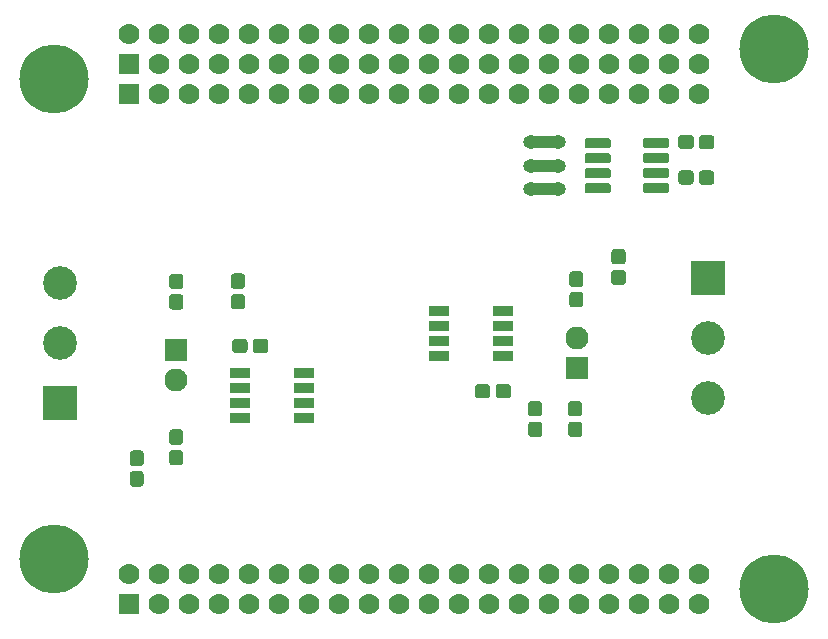
<source format=gts>
G04 #@! TF.GenerationSoftware,KiCad,Pcbnew,(5.1.0)-1*
G04 #@! TF.CreationDate,2019-12-04T19:58:05+01:00*
G04 #@! TF.ProjectId,Canna,43616e6e-612e-46b6-9963-61645f706362,1*
G04 #@! TF.SameCoordinates,Original*
G04 #@! TF.FileFunction,Soldermask,Top*
G04 #@! TF.FilePolarity,Negative*
%FSLAX46Y46*%
G04 Gerber Fmt 4.6, Leading zero omitted, Abs format (unit mm)*
G04 Created by KiCad (PCBNEW (5.1.0)-1) date 2019-12-04 19:58:05*
%MOMM*%
%LPD*%
G04 APERTURE LIST*
%ADD10R,1.016000X0.457200*%
%ADD11R,1.016000X1.117600*%
%ADD12O,1.346200X1.117600*%
%ADD13R,0.762000X1.117600*%
%ADD14C,0.100000*%
%ADD15C,1.204000*%
%ADD16C,0.854000*%
%ADD17R,1.778000X1.778000*%
%ADD18C,1.778000*%
%ADD19C,5.854000*%
%ADD20R,2.854000X2.854000*%
%ADD21C,2.854000*%
%ADD22R,1.954000X1.954000*%
%ADD23O,1.954000X1.954000*%
%ADD24R,1.804000X0.854000*%
G04 APERTURE END LIST*
D10*
X156550000Y-82250000D03*
D11*
X157050000Y-82250000D03*
D12*
X158177100Y-82250000D03*
D13*
X156215000Y-82250000D03*
X157885000Y-82250000D03*
D12*
X155922900Y-82250000D03*
D14*
G36*
X169430503Y-79649449D02*
G01*
X169459722Y-79653784D01*
X169488376Y-79660961D01*
X169516188Y-79670912D01*
X169542890Y-79683542D01*
X169568227Y-79698728D01*
X169591952Y-79716324D01*
X169613839Y-79736161D01*
X169633676Y-79758048D01*
X169651272Y-79781773D01*
X169666458Y-79807110D01*
X169679088Y-79833812D01*
X169689039Y-79861624D01*
X169696216Y-79890278D01*
X169700551Y-79919497D01*
X169702000Y-79949000D01*
X169702000Y-80551000D01*
X169700551Y-80580503D01*
X169696216Y-80609722D01*
X169689039Y-80638376D01*
X169679088Y-80666188D01*
X169666458Y-80692890D01*
X169651272Y-80718227D01*
X169633676Y-80741952D01*
X169613839Y-80763839D01*
X169591952Y-80783676D01*
X169568227Y-80801272D01*
X169542890Y-80816458D01*
X169516188Y-80829088D01*
X169488376Y-80839039D01*
X169459722Y-80846216D01*
X169430503Y-80850551D01*
X169401000Y-80852000D01*
X168699000Y-80852000D01*
X168669497Y-80850551D01*
X168640278Y-80846216D01*
X168611624Y-80839039D01*
X168583812Y-80829088D01*
X168557110Y-80816458D01*
X168531773Y-80801272D01*
X168508048Y-80783676D01*
X168486161Y-80763839D01*
X168466324Y-80741952D01*
X168448728Y-80718227D01*
X168433542Y-80692890D01*
X168420912Y-80666188D01*
X168410961Y-80638376D01*
X168403784Y-80609722D01*
X168399449Y-80580503D01*
X168398000Y-80551000D01*
X168398000Y-79949000D01*
X168399449Y-79919497D01*
X168403784Y-79890278D01*
X168410961Y-79861624D01*
X168420912Y-79833812D01*
X168433542Y-79807110D01*
X168448728Y-79781773D01*
X168466324Y-79758048D01*
X168486161Y-79736161D01*
X168508048Y-79716324D01*
X168531773Y-79698728D01*
X168557110Y-79683542D01*
X168583812Y-79670912D01*
X168611624Y-79660961D01*
X168640278Y-79653784D01*
X168669497Y-79649449D01*
X168699000Y-79648000D01*
X169401000Y-79648000D01*
X169430503Y-79649449D01*
X169430503Y-79649449D01*
G37*
D15*
X169050000Y-80250000D03*
D14*
G36*
X171180503Y-79649449D02*
G01*
X171209722Y-79653784D01*
X171238376Y-79660961D01*
X171266188Y-79670912D01*
X171292890Y-79683542D01*
X171318227Y-79698728D01*
X171341952Y-79716324D01*
X171363839Y-79736161D01*
X171383676Y-79758048D01*
X171401272Y-79781773D01*
X171416458Y-79807110D01*
X171429088Y-79833812D01*
X171439039Y-79861624D01*
X171446216Y-79890278D01*
X171450551Y-79919497D01*
X171452000Y-79949000D01*
X171452000Y-80551000D01*
X171450551Y-80580503D01*
X171446216Y-80609722D01*
X171439039Y-80638376D01*
X171429088Y-80666188D01*
X171416458Y-80692890D01*
X171401272Y-80718227D01*
X171383676Y-80741952D01*
X171363839Y-80763839D01*
X171341952Y-80783676D01*
X171318227Y-80801272D01*
X171292890Y-80816458D01*
X171266188Y-80829088D01*
X171238376Y-80839039D01*
X171209722Y-80846216D01*
X171180503Y-80850551D01*
X171151000Y-80852000D01*
X170449000Y-80852000D01*
X170419497Y-80850551D01*
X170390278Y-80846216D01*
X170361624Y-80839039D01*
X170333812Y-80829088D01*
X170307110Y-80816458D01*
X170281773Y-80801272D01*
X170258048Y-80783676D01*
X170236161Y-80763839D01*
X170216324Y-80741952D01*
X170198728Y-80718227D01*
X170183542Y-80692890D01*
X170170912Y-80666188D01*
X170160961Y-80638376D01*
X170153784Y-80609722D01*
X170149449Y-80580503D01*
X170148000Y-80551000D01*
X170148000Y-79949000D01*
X170149449Y-79919497D01*
X170153784Y-79890278D01*
X170160961Y-79861624D01*
X170170912Y-79833812D01*
X170183542Y-79807110D01*
X170198728Y-79781773D01*
X170216324Y-79758048D01*
X170236161Y-79736161D01*
X170258048Y-79716324D01*
X170281773Y-79698728D01*
X170307110Y-79683542D01*
X170333812Y-79670912D01*
X170361624Y-79660961D01*
X170390278Y-79653784D01*
X170419497Y-79649449D01*
X170449000Y-79648000D01*
X171151000Y-79648000D01*
X171180503Y-79649449D01*
X171180503Y-79649449D01*
G37*
D15*
X170800000Y-80250000D03*
D14*
G36*
X171180503Y-82649449D02*
G01*
X171209722Y-82653784D01*
X171238376Y-82660961D01*
X171266188Y-82670912D01*
X171292890Y-82683542D01*
X171318227Y-82698728D01*
X171341952Y-82716324D01*
X171363839Y-82736161D01*
X171383676Y-82758048D01*
X171401272Y-82781773D01*
X171416458Y-82807110D01*
X171429088Y-82833812D01*
X171439039Y-82861624D01*
X171446216Y-82890278D01*
X171450551Y-82919497D01*
X171452000Y-82949000D01*
X171452000Y-83551000D01*
X171450551Y-83580503D01*
X171446216Y-83609722D01*
X171439039Y-83638376D01*
X171429088Y-83666188D01*
X171416458Y-83692890D01*
X171401272Y-83718227D01*
X171383676Y-83741952D01*
X171363839Y-83763839D01*
X171341952Y-83783676D01*
X171318227Y-83801272D01*
X171292890Y-83816458D01*
X171266188Y-83829088D01*
X171238376Y-83839039D01*
X171209722Y-83846216D01*
X171180503Y-83850551D01*
X171151000Y-83852000D01*
X170449000Y-83852000D01*
X170419497Y-83850551D01*
X170390278Y-83846216D01*
X170361624Y-83839039D01*
X170333812Y-83829088D01*
X170307110Y-83816458D01*
X170281773Y-83801272D01*
X170258048Y-83783676D01*
X170236161Y-83763839D01*
X170216324Y-83741952D01*
X170198728Y-83718227D01*
X170183542Y-83692890D01*
X170170912Y-83666188D01*
X170160961Y-83638376D01*
X170153784Y-83609722D01*
X170149449Y-83580503D01*
X170148000Y-83551000D01*
X170148000Y-82949000D01*
X170149449Y-82919497D01*
X170153784Y-82890278D01*
X170160961Y-82861624D01*
X170170912Y-82833812D01*
X170183542Y-82807110D01*
X170198728Y-82781773D01*
X170216324Y-82758048D01*
X170236161Y-82736161D01*
X170258048Y-82716324D01*
X170281773Y-82698728D01*
X170307110Y-82683542D01*
X170333812Y-82670912D01*
X170361624Y-82660961D01*
X170390278Y-82653784D01*
X170419497Y-82649449D01*
X170449000Y-82648000D01*
X171151000Y-82648000D01*
X171180503Y-82649449D01*
X171180503Y-82649449D01*
G37*
D15*
X170800000Y-83250000D03*
D14*
G36*
X169430503Y-82649449D02*
G01*
X169459722Y-82653784D01*
X169488376Y-82660961D01*
X169516188Y-82670912D01*
X169542890Y-82683542D01*
X169568227Y-82698728D01*
X169591952Y-82716324D01*
X169613839Y-82736161D01*
X169633676Y-82758048D01*
X169651272Y-82781773D01*
X169666458Y-82807110D01*
X169679088Y-82833812D01*
X169689039Y-82861624D01*
X169696216Y-82890278D01*
X169700551Y-82919497D01*
X169702000Y-82949000D01*
X169702000Y-83551000D01*
X169700551Y-83580503D01*
X169696216Y-83609722D01*
X169689039Y-83638376D01*
X169679088Y-83666188D01*
X169666458Y-83692890D01*
X169651272Y-83718227D01*
X169633676Y-83741952D01*
X169613839Y-83763839D01*
X169591952Y-83783676D01*
X169568227Y-83801272D01*
X169542890Y-83816458D01*
X169516188Y-83829088D01*
X169488376Y-83839039D01*
X169459722Y-83846216D01*
X169430503Y-83850551D01*
X169401000Y-83852000D01*
X168699000Y-83852000D01*
X168669497Y-83850551D01*
X168640278Y-83846216D01*
X168611624Y-83839039D01*
X168583812Y-83829088D01*
X168557110Y-83816458D01*
X168531773Y-83801272D01*
X168508048Y-83783676D01*
X168486161Y-83763839D01*
X168466324Y-83741952D01*
X168448728Y-83718227D01*
X168433542Y-83692890D01*
X168420912Y-83666188D01*
X168410961Y-83638376D01*
X168403784Y-83609722D01*
X168399449Y-83580503D01*
X168398000Y-83551000D01*
X168398000Y-82949000D01*
X168399449Y-82919497D01*
X168403784Y-82890278D01*
X168410961Y-82861624D01*
X168420912Y-82833812D01*
X168433542Y-82807110D01*
X168448728Y-82781773D01*
X168466324Y-82758048D01*
X168486161Y-82736161D01*
X168508048Y-82716324D01*
X168531773Y-82698728D01*
X168557110Y-82683542D01*
X168583812Y-82670912D01*
X168611624Y-82660961D01*
X168640278Y-82653784D01*
X168669497Y-82649449D01*
X168699000Y-82648000D01*
X169401000Y-82648000D01*
X169430503Y-82649449D01*
X169430503Y-82649449D01*
G37*
D15*
X169050000Y-83250000D03*
D10*
X156550000Y-84250000D03*
D11*
X157050000Y-84250000D03*
D12*
X158177100Y-84250000D03*
D13*
X156215000Y-84250000D03*
X157885000Y-84250000D03*
D12*
X155922900Y-84250000D03*
D10*
X156550000Y-80250000D03*
D11*
X157050000Y-80250000D03*
D12*
X158177100Y-80250000D03*
D13*
X156215000Y-80250000D03*
X157885000Y-80250000D03*
D12*
X155922900Y-80250000D03*
D14*
G36*
X167434427Y-79919028D02*
G01*
X167455152Y-79922102D01*
X167475476Y-79927193D01*
X167495203Y-79934252D01*
X167514143Y-79943210D01*
X167532114Y-79953981D01*
X167548943Y-79966462D01*
X167564467Y-79980533D01*
X167578538Y-79996057D01*
X167591019Y-80012886D01*
X167601790Y-80030857D01*
X167610748Y-80049797D01*
X167617807Y-80069524D01*
X167622898Y-80089848D01*
X167625972Y-80110573D01*
X167627000Y-80131500D01*
X167627000Y-80558500D01*
X167625972Y-80579427D01*
X167622898Y-80600152D01*
X167617807Y-80620476D01*
X167610748Y-80640203D01*
X167601790Y-80659143D01*
X167591019Y-80677114D01*
X167578538Y-80693943D01*
X167564467Y-80709467D01*
X167548943Y-80723538D01*
X167532114Y-80736019D01*
X167514143Y-80746790D01*
X167495203Y-80755748D01*
X167475476Y-80762807D01*
X167455152Y-80767898D01*
X167434427Y-80770972D01*
X167413500Y-80772000D01*
X165636500Y-80772000D01*
X165615573Y-80770972D01*
X165594848Y-80767898D01*
X165574524Y-80762807D01*
X165554797Y-80755748D01*
X165535857Y-80746790D01*
X165517886Y-80736019D01*
X165501057Y-80723538D01*
X165485533Y-80709467D01*
X165471462Y-80693943D01*
X165458981Y-80677114D01*
X165448210Y-80659143D01*
X165439252Y-80640203D01*
X165432193Y-80620476D01*
X165427102Y-80600152D01*
X165424028Y-80579427D01*
X165423000Y-80558500D01*
X165423000Y-80131500D01*
X165424028Y-80110573D01*
X165427102Y-80089848D01*
X165432193Y-80069524D01*
X165439252Y-80049797D01*
X165448210Y-80030857D01*
X165458981Y-80012886D01*
X165471462Y-79996057D01*
X165485533Y-79980533D01*
X165501057Y-79966462D01*
X165517886Y-79953981D01*
X165535857Y-79943210D01*
X165554797Y-79934252D01*
X165574524Y-79927193D01*
X165594848Y-79922102D01*
X165615573Y-79919028D01*
X165636500Y-79918000D01*
X167413500Y-79918000D01*
X167434427Y-79919028D01*
X167434427Y-79919028D01*
G37*
D16*
X166525000Y-80345000D03*
D14*
G36*
X167434427Y-81189028D02*
G01*
X167455152Y-81192102D01*
X167475476Y-81197193D01*
X167495203Y-81204252D01*
X167514143Y-81213210D01*
X167532114Y-81223981D01*
X167548943Y-81236462D01*
X167564467Y-81250533D01*
X167578538Y-81266057D01*
X167591019Y-81282886D01*
X167601790Y-81300857D01*
X167610748Y-81319797D01*
X167617807Y-81339524D01*
X167622898Y-81359848D01*
X167625972Y-81380573D01*
X167627000Y-81401500D01*
X167627000Y-81828500D01*
X167625972Y-81849427D01*
X167622898Y-81870152D01*
X167617807Y-81890476D01*
X167610748Y-81910203D01*
X167601790Y-81929143D01*
X167591019Y-81947114D01*
X167578538Y-81963943D01*
X167564467Y-81979467D01*
X167548943Y-81993538D01*
X167532114Y-82006019D01*
X167514143Y-82016790D01*
X167495203Y-82025748D01*
X167475476Y-82032807D01*
X167455152Y-82037898D01*
X167434427Y-82040972D01*
X167413500Y-82042000D01*
X165636500Y-82042000D01*
X165615573Y-82040972D01*
X165594848Y-82037898D01*
X165574524Y-82032807D01*
X165554797Y-82025748D01*
X165535857Y-82016790D01*
X165517886Y-82006019D01*
X165501057Y-81993538D01*
X165485533Y-81979467D01*
X165471462Y-81963943D01*
X165458981Y-81947114D01*
X165448210Y-81929143D01*
X165439252Y-81910203D01*
X165432193Y-81890476D01*
X165427102Y-81870152D01*
X165424028Y-81849427D01*
X165423000Y-81828500D01*
X165423000Y-81401500D01*
X165424028Y-81380573D01*
X165427102Y-81359848D01*
X165432193Y-81339524D01*
X165439252Y-81319797D01*
X165448210Y-81300857D01*
X165458981Y-81282886D01*
X165471462Y-81266057D01*
X165485533Y-81250533D01*
X165501057Y-81236462D01*
X165517886Y-81223981D01*
X165535857Y-81213210D01*
X165554797Y-81204252D01*
X165574524Y-81197193D01*
X165594848Y-81192102D01*
X165615573Y-81189028D01*
X165636500Y-81188000D01*
X167413500Y-81188000D01*
X167434427Y-81189028D01*
X167434427Y-81189028D01*
G37*
D16*
X166525000Y-81615000D03*
D14*
G36*
X167434427Y-82459028D02*
G01*
X167455152Y-82462102D01*
X167475476Y-82467193D01*
X167495203Y-82474252D01*
X167514143Y-82483210D01*
X167532114Y-82493981D01*
X167548943Y-82506462D01*
X167564467Y-82520533D01*
X167578538Y-82536057D01*
X167591019Y-82552886D01*
X167601790Y-82570857D01*
X167610748Y-82589797D01*
X167617807Y-82609524D01*
X167622898Y-82629848D01*
X167625972Y-82650573D01*
X167627000Y-82671500D01*
X167627000Y-83098500D01*
X167625972Y-83119427D01*
X167622898Y-83140152D01*
X167617807Y-83160476D01*
X167610748Y-83180203D01*
X167601790Y-83199143D01*
X167591019Y-83217114D01*
X167578538Y-83233943D01*
X167564467Y-83249467D01*
X167548943Y-83263538D01*
X167532114Y-83276019D01*
X167514143Y-83286790D01*
X167495203Y-83295748D01*
X167475476Y-83302807D01*
X167455152Y-83307898D01*
X167434427Y-83310972D01*
X167413500Y-83312000D01*
X165636500Y-83312000D01*
X165615573Y-83310972D01*
X165594848Y-83307898D01*
X165574524Y-83302807D01*
X165554797Y-83295748D01*
X165535857Y-83286790D01*
X165517886Y-83276019D01*
X165501057Y-83263538D01*
X165485533Y-83249467D01*
X165471462Y-83233943D01*
X165458981Y-83217114D01*
X165448210Y-83199143D01*
X165439252Y-83180203D01*
X165432193Y-83160476D01*
X165427102Y-83140152D01*
X165424028Y-83119427D01*
X165423000Y-83098500D01*
X165423000Y-82671500D01*
X165424028Y-82650573D01*
X165427102Y-82629848D01*
X165432193Y-82609524D01*
X165439252Y-82589797D01*
X165448210Y-82570857D01*
X165458981Y-82552886D01*
X165471462Y-82536057D01*
X165485533Y-82520533D01*
X165501057Y-82506462D01*
X165517886Y-82493981D01*
X165535857Y-82483210D01*
X165554797Y-82474252D01*
X165574524Y-82467193D01*
X165594848Y-82462102D01*
X165615573Y-82459028D01*
X165636500Y-82458000D01*
X167413500Y-82458000D01*
X167434427Y-82459028D01*
X167434427Y-82459028D01*
G37*
D16*
X166525000Y-82885000D03*
D14*
G36*
X167434427Y-83729028D02*
G01*
X167455152Y-83732102D01*
X167475476Y-83737193D01*
X167495203Y-83744252D01*
X167514143Y-83753210D01*
X167532114Y-83763981D01*
X167548943Y-83776462D01*
X167564467Y-83790533D01*
X167578538Y-83806057D01*
X167591019Y-83822886D01*
X167601790Y-83840857D01*
X167610748Y-83859797D01*
X167617807Y-83879524D01*
X167622898Y-83899848D01*
X167625972Y-83920573D01*
X167627000Y-83941500D01*
X167627000Y-84368500D01*
X167625972Y-84389427D01*
X167622898Y-84410152D01*
X167617807Y-84430476D01*
X167610748Y-84450203D01*
X167601790Y-84469143D01*
X167591019Y-84487114D01*
X167578538Y-84503943D01*
X167564467Y-84519467D01*
X167548943Y-84533538D01*
X167532114Y-84546019D01*
X167514143Y-84556790D01*
X167495203Y-84565748D01*
X167475476Y-84572807D01*
X167455152Y-84577898D01*
X167434427Y-84580972D01*
X167413500Y-84582000D01*
X165636500Y-84582000D01*
X165615573Y-84580972D01*
X165594848Y-84577898D01*
X165574524Y-84572807D01*
X165554797Y-84565748D01*
X165535857Y-84556790D01*
X165517886Y-84546019D01*
X165501057Y-84533538D01*
X165485533Y-84519467D01*
X165471462Y-84503943D01*
X165458981Y-84487114D01*
X165448210Y-84469143D01*
X165439252Y-84450203D01*
X165432193Y-84430476D01*
X165427102Y-84410152D01*
X165424028Y-84389427D01*
X165423000Y-84368500D01*
X165423000Y-83941500D01*
X165424028Y-83920573D01*
X165427102Y-83899848D01*
X165432193Y-83879524D01*
X165439252Y-83859797D01*
X165448210Y-83840857D01*
X165458981Y-83822886D01*
X165471462Y-83806057D01*
X165485533Y-83790533D01*
X165501057Y-83776462D01*
X165517886Y-83763981D01*
X165535857Y-83753210D01*
X165554797Y-83744252D01*
X165574524Y-83737193D01*
X165594848Y-83732102D01*
X165615573Y-83729028D01*
X165636500Y-83728000D01*
X167413500Y-83728000D01*
X167434427Y-83729028D01*
X167434427Y-83729028D01*
G37*
D16*
X166525000Y-84155000D03*
D14*
G36*
X162484427Y-83729028D02*
G01*
X162505152Y-83732102D01*
X162525476Y-83737193D01*
X162545203Y-83744252D01*
X162564143Y-83753210D01*
X162582114Y-83763981D01*
X162598943Y-83776462D01*
X162614467Y-83790533D01*
X162628538Y-83806057D01*
X162641019Y-83822886D01*
X162651790Y-83840857D01*
X162660748Y-83859797D01*
X162667807Y-83879524D01*
X162672898Y-83899848D01*
X162675972Y-83920573D01*
X162677000Y-83941500D01*
X162677000Y-84368500D01*
X162675972Y-84389427D01*
X162672898Y-84410152D01*
X162667807Y-84430476D01*
X162660748Y-84450203D01*
X162651790Y-84469143D01*
X162641019Y-84487114D01*
X162628538Y-84503943D01*
X162614467Y-84519467D01*
X162598943Y-84533538D01*
X162582114Y-84546019D01*
X162564143Y-84556790D01*
X162545203Y-84565748D01*
X162525476Y-84572807D01*
X162505152Y-84577898D01*
X162484427Y-84580972D01*
X162463500Y-84582000D01*
X160686500Y-84582000D01*
X160665573Y-84580972D01*
X160644848Y-84577898D01*
X160624524Y-84572807D01*
X160604797Y-84565748D01*
X160585857Y-84556790D01*
X160567886Y-84546019D01*
X160551057Y-84533538D01*
X160535533Y-84519467D01*
X160521462Y-84503943D01*
X160508981Y-84487114D01*
X160498210Y-84469143D01*
X160489252Y-84450203D01*
X160482193Y-84430476D01*
X160477102Y-84410152D01*
X160474028Y-84389427D01*
X160473000Y-84368500D01*
X160473000Y-83941500D01*
X160474028Y-83920573D01*
X160477102Y-83899848D01*
X160482193Y-83879524D01*
X160489252Y-83859797D01*
X160498210Y-83840857D01*
X160508981Y-83822886D01*
X160521462Y-83806057D01*
X160535533Y-83790533D01*
X160551057Y-83776462D01*
X160567886Y-83763981D01*
X160585857Y-83753210D01*
X160604797Y-83744252D01*
X160624524Y-83737193D01*
X160644848Y-83732102D01*
X160665573Y-83729028D01*
X160686500Y-83728000D01*
X162463500Y-83728000D01*
X162484427Y-83729028D01*
X162484427Y-83729028D01*
G37*
D16*
X161575000Y-84155000D03*
D14*
G36*
X162484427Y-82459028D02*
G01*
X162505152Y-82462102D01*
X162525476Y-82467193D01*
X162545203Y-82474252D01*
X162564143Y-82483210D01*
X162582114Y-82493981D01*
X162598943Y-82506462D01*
X162614467Y-82520533D01*
X162628538Y-82536057D01*
X162641019Y-82552886D01*
X162651790Y-82570857D01*
X162660748Y-82589797D01*
X162667807Y-82609524D01*
X162672898Y-82629848D01*
X162675972Y-82650573D01*
X162677000Y-82671500D01*
X162677000Y-83098500D01*
X162675972Y-83119427D01*
X162672898Y-83140152D01*
X162667807Y-83160476D01*
X162660748Y-83180203D01*
X162651790Y-83199143D01*
X162641019Y-83217114D01*
X162628538Y-83233943D01*
X162614467Y-83249467D01*
X162598943Y-83263538D01*
X162582114Y-83276019D01*
X162564143Y-83286790D01*
X162545203Y-83295748D01*
X162525476Y-83302807D01*
X162505152Y-83307898D01*
X162484427Y-83310972D01*
X162463500Y-83312000D01*
X160686500Y-83312000D01*
X160665573Y-83310972D01*
X160644848Y-83307898D01*
X160624524Y-83302807D01*
X160604797Y-83295748D01*
X160585857Y-83286790D01*
X160567886Y-83276019D01*
X160551057Y-83263538D01*
X160535533Y-83249467D01*
X160521462Y-83233943D01*
X160508981Y-83217114D01*
X160498210Y-83199143D01*
X160489252Y-83180203D01*
X160482193Y-83160476D01*
X160477102Y-83140152D01*
X160474028Y-83119427D01*
X160473000Y-83098500D01*
X160473000Y-82671500D01*
X160474028Y-82650573D01*
X160477102Y-82629848D01*
X160482193Y-82609524D01*
X160489252Y-82589797D01*
X160498210Y-82570857D01*
X160508981Y-82552886D01*
X160521462Y-82536057D01*
X160535533Y-82520533D01*
X160551057Y-82506462D01*
X160567886Y-82493981D01*
X160585857Y-82483210D01*
X160604797Y-82474252D01*
X160624524Y-82467193D01*
X160644848Y-82462102D01*
X160665573Y-82459028D01*
X160686500Y-82458000D01*
X162463500Y-82458000D01*
X162484427Y-82459028D01*
X162484427Y-82459028D01*
G37*
D16*
X161575000Y-82885000D03*
D14*
G36*
X162484427Y-81189028D02*
G01*
X162505152Y-81192102D01*
X162525476Y-81197193D01*
X162545203Y-81204252D01*
X162564143Y-81213210D01*
X162582114Y-81223981D01*
X162598943Y-81236462D01*
X162614467Y-81250533D01*
X162628538Y-81266057D01*
X162641019Y-81282886D01*
X162651790Y-81300857D01*
X162660748Y-81319797D01*
X162667807Y-81339524D01*
X162672898Y-81359848D01*
X162675972Y-81380573D01*
X162677000Y-81401500D01*
X162677000Y-81828500D01*
X162675972Y-81849427D01*
X162672898Y-81870152D01*
X162667807Y-81890476D01*
X162660748Y-81910203D01*
X162651790Y-81929143D01*
X162641019Y-81947114D01*
X162628538Y-81963943D01*
X162614467Y-81979467D01*
X162598943Y-81993538D01*
X162582114Y-82006019D01*
X162564143Y-82016790D01*
X162545203Y-82025748D01*
X162525476Y-82032807D01*
X162505152Y-82037898D01*
X162484427Y-82040972D01*
X162463500Y-82042000D01*
X160686500Y-82042000D01*
X160665573Y-82040972D01*
X160644848Y-82037898D01*
X160624524Y-82032807D01*
X160604797Y-82025748D01*
X160585857Y-82016790D01*
X160567886Y-82006019D01*
X160551057Y-81993538D01*
X160535533Y-81979467D01*
X160521462Y-81963943D01*
X160508981Y-81947114D01*
X160498210Y-81929143D01*
X160489252Y-81910203D01*
X160482193Y-81890476D01*
X160477102Y-81870152D01*
X160474028Y-81849427D01*
X160473000Y-81828500D01*
X160473000Y-81401500D01*
X160474028Y-81380573D01*
X160477102Y-81359848D01*
X160482193Y-81339524D01*
X160489252Y-81319797D01*
X160498210Y-81300857D01*
X160508981Y-81282886D01*
X160521462Y-81266057D01*
X160535533Y-81250533D01*
X160551057Y-81236462D01*
X160567886Y-81223981D01*
X160585857Y-81213210D01*
X160604797Y-81204252D01*
X160624524Y-81197193D01*
X160644848Y-81192102D01*
X160665573Y-81189028D01*
X160686500Y-81188000D01*
X162463500Y-81188000D01*
X162484427Y-81189028D01*
X162484427Y-81189028D01*
G37*
D16*
X161575000Y-81615000D03*
D14*
G36*
X162484427Y-79919028D02*
G01*
X162505152Y-79922102D01*
X162525476Y-79927193D01*
X162545203Y-79934252D01*
X162564143Y-79943210D01*
X162582114Y-79953981D01*
X162598943Y-79966462D01*
X162614467Y-79980533D01*
X162628538Y-79996057D01*
X162641019Y-80012886D01*
X162651790Y-80030857D01*
X162660748Y-80049797D01*
X162667807Y-80069524D01*
X162672898Y-80089848D01*
X162675972Y-80110573D01*
X162677000Y-80131500D01*
X162677000Y-80558500D01*
X162675972Y-80579427D01*
X162672898Y-80600152D01*
X162667807Y-80620476D01*
X162660748Y-80640203D01*
X162651790Y-80659143D01*
X162641019Y-80677114D01*
X162628538Y-80693943D01*
X162614467Y-80709467D01*
X162598943Y-80723538D01*
X162582114Y-80736019D01*
X162564143Y-80746790D01*
X162545203Y-80755748D01*
X162525476Y-80762807D01*
X162505152Y-80767898D01*
X162484427Y-80770972D01*
X162463500Y-80772000D01*
X160686500Y-80772000D01*
X160665573Y-80770972D01*
X160644848Y-80767898D01*
X160624524Y-80762807D01*
X160604797Y-80755748D01*
X160585857Y-80746790D01*
X160567886Y-80736019D01*
X160551057Y-80723538D01*
X160535533Y-80709467D01*
X160521462Y-80693943D01*
X160508981Y-80677114D01*
X160498210Y-80659143D01*
X160489252Y-80640203D01*
X160482193Y-80620476D01*
X160477102Y-80600152D01*
X160474028Y-80579427D01*
X160473000Y-80558500D01*
X160473000Y-80131500D01*
X160474028Y-80110573D01*
X160477102Y-80089848D01*
X160482193Y-80069524D01*
X160489252Y-80049797D01*
X160498210Y-80030857D01*
X160508981Y-80012886D01*
X160521462Y-79996057D01*
X160535533Y-79980533D01*
X160551057Y-79966462D01*
X160567886Y-79953981D01*
X160585857Y-79943210D01*
X160604797Y-79934252D01*
X160624524Y-79927193D01*
X160644848Y-79922102D01*
X160665573Y-79919028D01*
X160686500Y-79918000D01*
X162463500Y-79918000D01*
X162484427Y-79919028D01*
X162484427Y-79919028D01*
G37*
D16*
X161575000Y-80345000D03*
D17*
X121920000Y-76200000D03*
D18*
X124460000Y-76200000D03*
X127000000Y-76200000D03*
X129540000Y-76200000D03*
X132080000Y-76200000D03*
X134620000Y-76200000D03*
X137160000Y-76200000D03*
X139700000Y-76200000D03*
X142240000Y-76200000D03*
X144780000Y-76200000D03*
X147320000Y-76200000D03*
X149860000Y-76200000D03*
X152400000Y-76200000D03*
X154940000Y-76200000D03*
X157480000Y-76200000D03*
X160020000Y-76200000D03*
X162560000Y-76200000D03*
X165100000Y-76200000D03*
X167640000Y-76200000D03*
X170180000Y-76200000D03*
D17*
X121920000Y-119380000D03*
D18*
X121920000Y-116840000D03*
X124460000Y-119380000D03*
X124460000Y-116840000D03*
X127000000Y-119380000D03*
X127000000Y-116840000D03*
X129540000Y-119380000D03*
X129540000Y-116840000D03*
X132080000Y-119380000D03*
X132080000Y-116840000D03*
X134620000Y-119380000D03*
X134620000Y-116840000D03*
X137160000Y-119380000D03*
X137160000Y-116840000D03*
X139700000Y-119380000D03*
X139700000Y-116840000D03*
X142240000Y-119380000D03*
X142240000Y-116840000D03*
X144780000Y-119380000D03*
X144780000Y-116840000D03*
X147320000Y-119380000D03*
X147320000Y-116840000D03*
X149860000Y-119380000D03*
X149860000Y-116840000D03*
X152400000Y-119380000D03*
X152400000Y-116840000D03*
X154940000Y-119380000D03*
X154940000Y-116840000D03*
X157480000Y-119380000D03*
X157480000Y-116840000D03*
X160020000Y-119380000D03*
X160020000Y-116840000D03*
X162560000Y-119380000D03*
X162560000Y-116840000D03*
X165100000Y-119380000D03*
X165100000Y-116840000D03*
X167640000Y-119380000D03*
X167640000Y-116840000D03*
X170180000Y-119380000D03*
X170180000Y-116840000D03*
D17*
X121920000Y-73660000D03*
D18*
X121920000Y-71120000D03*
X124460000Y-73660000D03*
X124460000Y-71120000D03*
X127000000Y-73660000D03*
X127000000Y-71120000D03*
X129540000Y-73660000D03*
X129540000Y-71120000D03*
X132080000Y-73660000D03*
X132080000Y-71120000D03*
X134620000Y-73660000D03*
X134620000Y-71120000D03*
X137160000Y-73660000D03*
X137160000Y-71120000D03*
X139700000Y-73660000D03*
X139700000Y-71120000D03*
X142240000Y-73660000D03*
X142240000Y-71120000D03*
X144780000Y-73660000D03*
X144780000Y-71120000D03*
X147320000Y-73660000D03*
X147320000Y-71120000D03*
X149860000Y-73660000D03*
X149860000Y-71120000D03*
X152400000Y-73660000D03*
X152400000Y-71120000D03*
X154940000Y-73660000D03*
X154940000Y-71120000D03*
X157480000Y-73660000D03*
X157480000Y-71120000D03*
X160020000Y-73660000D03*
X160020000Y-71120000D03*
X162560000Y-73660000D03*
X162560000Y-71120000D03*
X165100000Y-73660000D03*
X165100000Y-71120000D03*
X167640000Y-73660000D03*
X167640000Y-71120000D03*
X170180000Y-73660000D03*
X170180000Y-71120000D03*
D19*
X115570000Y-74930000D03*
D16*
X115570000Y-72730000D03*
X113370000Y-74930000D03*
X115570000Y-77130000D03*
X117770000Y-74930000D03*
X117120000Y-73380000D03*
X114020000Y-73380000D03*
X114020000Y-76480000D03*
X117120000Y-76480000D03*
D19*
X115570000Y-115570000D03*
D16*
X115570000Y-113370000D03*
X113370000Y-115570000D03*
X115570000Y-117770000D03*
X117770000Y-115570000D03*
X117120000Y-114020000D03*
X114020000Y-114020000D03*
X114020000Y-117120000D03*
X117120000Y-117120000D03*
D19*
X176530000Y-118110000D03*
D16*
X176530000Y-115910000D03*
X174330000Y-118110000D03*
X176530000Y-120310000D03*
X178730000Y-118110000D03*
X178080000Y-116560000D03*
X174980000Y-116560000D03*
X174980000Y-119660000D03*
X178080000Y-119660000D03*
D19*
X176530000Y-72390000D03*
D16*
X176530000Y-70190000D03*
X174330000Y-72390000D03*
X176530000Y-74590000D03*
X178730000Y-72390000D03*
X178080000Y-70840000D03*
X174980000Y-70840000D03*
X174980000Y-73940000D03*
X178080000Y-73940000D03*
D14*
G36*
X153960503Y-100739449D02*
G01*
X153989722Y-100743784D01*
X154018376Y-100750961D01*
X154046188Y-100760912D01*
X154072890Y-100773542D01*
X154098227Y-100788728D01*
X154121952Y-100806324D01*
X154143839Y-100826161D01*
X154163676Y-100848048D01*
X154181272Y-100871773D01*
X154196458Y-100897110D01*
X154209088Y-100923812D01*
X154219039Y-100951624D01*
X154226216Y-100980278D01*
X154230551Y-101009497D01*
X154232000Y-101039000D01*
X154232000Y-101641000D01*
X154230551Y-101670503D01*
X154226216Y-101699722D01*
X154219039Y-101728376D01*
X154209088Y-101756188D01*
X154196458Y-101782890D01*
X154181272Y-101808227D01*
X154163676Y-101831952D01*
X154143839Y-101853839D01*
X154121952Y-101873676D01*
X154098227Y-101891272D01*
X154072890Y-101906458D01*
X154046188Y-101919088D01*
X154018376Y-101929039D01*
X153989722Y-101936216D01*
X153960503Y-101940551D01*
X153931000Y-101942000D01*
X153229000Y-101942000D01*
X153199497Y-101940551D01*
X153170278Y-101936216D01*
X153141624Y-101929039D01*
X153113812Y-101919088D01*
X153087110Y-101906458D01*
X153061773Y-101891272D01*
X153038048Y-101873676D01*
X153016161Y-101853839D01*
X152996324Y-101831952D01*
X152978728Y-101808227D01*
X152963542Y-101782890D01*
X152950912Y-101756188D01*
X152940961Y-101728376D01*
X152933784Y-101699722D01*
X152929449Y-101670503D01*
X152928000Y-101641000D01*
X152928000Y-101039000D01*
X152929449Y-101009497D01*
X152933784Y-100980278D01*
X152940961Y-100951624D01*
X152950912Y-100923812D01*
X152963542Y-100897110D01*
X152978728Y-100871773D01*
X152996324Y-100848048D01*
X153016161Y-100826161D01*
X153038048Y-100806324D01*
X153061773Y-100788728D01*
X153087110Y-100773542D01*
X153113812Y-100760912D01*
X153141624Y-100750961D01*
X153170278Y-100743784D01*
X153199497Y-100739449D01*
X153229000Y-100738000D01*
X153931000Y-100738000D01*
X153960503Y-100739449D01*
X153960503Y-100739449D01*
G37*
D15*
X153580000Y-101340000D03*
D14*
G36*
X152210503Y-100739449D02*
G01*
X152239722Y-100743784D01*
X152268376Y-100750961D01*
X152296188Y-100760912D01*
X152322890Y-100773542D01*
X152348227Y-100788728D01*
X152371952Y-100806324D01*
X152393839Y-100826161D01*
X152413676Y-100848048D01*
X152431272Y-100871773D01*
X152446458Y-100897110D01*
X152459088Y-100923812D01*
X152469039Y-100951624D01*
X152476216Y-100980278D01*
X152480551Y-101009497D01*
X152482000Y-101039000D01*
X152482000Y-101641000D01*
X152480551Y-101670503D01*
X152476216Y-101699722D01*
X152469039Y-101728376D01*
X152459088Y-101756188D01*
X152446458Y-101782890D01*
X152431272Y-101808227D01*
X152413676Y-101831952D01*
X152393839Y-101853839D01*
X152371952Y-101873676D01*
X152348227Y-101891272D01*
X152322890Y-101906458D01*
X152296188Y-101919088D01*
X152268376Y-101929039D01*
X152239722Y-101936216D01*
X152210503Y-101940551D01*
X152181000Y-101942000D01*
X151479000Y-101942000D01*
X151449497Y-101940551D01*
X151420278Y-101936216D01*
X151391624Y-101929039D01*
X151363812Y-101919088D01*
X151337110Y-101906458D01*
X151311773Y-101891272D01*
X151288048Y-101873676D01*
X151266161Y-101853839D01*
X151246324Y-101831952D01*
X151228728Y-101808227D01*
X151213542Y-101782890D01*
X151200912Y-101756188D01*
X151190961Y-101728376D01*
X151183784Y-101699722D01*
X151179449Y-101670503D01*
X151178000Y-101641000D01*
X151178000Y-101039000D01*
X151179449Y-101009497D01*
X151183784Y-100980278D01*
X151190961Y-100951624D01*
X151200912Y-100923812D01*
X151213542Y-100897110D01*
X151228728Y-100871773D01*
X151246324Y-100848048D01*
X151266161Y-100826161D01*
X151288048Y-100806324D01*
X151311773Y-100788728D01*
X151337110Y-100773542D01*
X151363812Y-100760912D01*
X151391624Y-100750961D01*
X151420278Y-100743784D01*
X151449497Y-100739449D01*
X151479000Y-100738000D01*
X152181000Y-100738000D01*
X152210503Y-100739449D01*
X152210503Y-100739449D01*
G37*
D15*
X151830000Y-101340000D03*
D14*
G36*
X131450503Y-93124449D02*
G01*
X131479722Y-93128784D01*
X131508376Y-93135961D01*
X131536188Y-93145912D01*
X131562890Y-93158542D01*
X131588227Y-93173728D01*
X131611952Y-93191324D01*
X131633839Y-93211161D01*
X131653676Y-93233048D01*
X131671272Y-93256773D01*
X131686458Y-93282110D01*
X131699088Y-93308812D01*
X131709039Y-93336624D01*
X131716216Y-93365278D01*
X131720551Y-93394497D01*
X131722000Y-93424000D01*
X131722000Y-94126000D01*
X131720551Y-94155503D01*
X131716216Y-94184722D01*
X131709039Y-94213376D01*
X131699088Y-94241188D01*
X131686458Y-94267890D01*
X131671272Y-94293227D01*
X131653676Y-94316952D01*
X131633839Y-94338839D01*
X131611952Y-94358676D01*
X131588227Y-94376272D01*
X131562890Y-94391458D01*
X131536188Y-94404088D01*
X131508376Y-94414039D01*
X131479722Y-94421216D01*
X131450503Y-94425551D01*
X131421000Y-94427000D01*
X130819000Y-94427000D01*
X130789497Y-94425551D01*
X130760278Y-94421216D01*
X130731624Y-94414039D01*
X130703812Y-94404088D01*
X130677110Y-94391458D01*
X130651773Y-94376272D01*
X130628048Y-94358676D01*
X130606161Y-94338839D01*
X130586324Y-94316952D01*
X130568728Y-94293227D01*
X130553542Y-94267890D01*
X130540912Y-94241188D01*
X130530961Y-94213376D01*
X130523784Y-94184722D01*
X130519449Y-94155503D01*
X130518000Y-94126000D01*
X130518000Y-93424000D01*
X130519449Y-93394497D01*
X130523784Y-93365278D01*
X130530961Y-93336624D01*
X130540912Y-93308812D01*
X130553542Y-93282110D01*
X130568728Y-93256773D01*
X130586324Y-93233048D01*
X130606161Y-93211161D01*
X130628048Y-93191324D01*
X130651773Y-93173728D01*
X130677110Y-93158542D01*
X130703812Y-93145912D01*
X130731624Y-93135961D01*
X130760278Y-93128784D01*
X130789497Y-93124449D01*
X130819000Y-93123000D01*
X131421000Y-93123000D01*
X131450503Y-93124449D01*
X131450503Y-93124449D01*
G37*
D15*
X131120000Y-93775000D03*
D14*
G36*
X131450503Y-91374449D02*
G01*
X131479722Y-91378784D01*
X131508376Y-91385961D01*
X131536188Y-91395912D01*
X131562890Y-91408542D01*
X131588227Y-91423728D01*
X131611952Y-91441324D01*
X131633839Y-91461161D01*
X131653676Y-91483048D01*
X131671272Y-91506773D01*
X131686458Y-91532110D01*
X131699088Y-91558812D01*
X131709039Y-91586624D01*
X131716216Y-91615278D01*
X131720551Y-91644497D01*
X131722000Y-91674000D01*
X131722000Y-92376000D01*
X131720551Y-92405503D01*
X131716216Y-92434722D01*
X131709039Y-92463376D01*
X131699088Y-92491188D01*
X131686458Y-92517890D01*
X131671272Y-92543227D01*
X131653676Y-92566952D01*
X131633839Y-92588839D01*
X131611952Y-92608676D01*
X131588227Y-92626272D01*
X131562890Y-92641458D01*
X131536188Y-92654088D01*
X131508376Y-92664039D01*
X131479722Y-92671216D01*
X131450503Y-92675551D01*
X131421000Y-92677000D01*
X130819000Y-92677000D01*
X130789497Y-92675551D01*
X130760278Y-92671216D01*
X130731624Y-92664039D01*
X130703812Y-92654088D01*
X130677110Y-92641458D01*
X130651773Y-92626272D01*
X130628048Y-92608676D01*
X130606161Y-92588839D01*
X130586324Y-92566952D01*
X130568728Y-92543227D01*
X130553542Y-92517890D01*
X130540912Y-92491188D01*
X130530961Y-92463376D01*
X130523784Y-92434722D01*
X130519449Y-92405503D01*
X130518000Y-92376000D01*
X130518000Y-91674000D01*
X130519449Y-91644497D01*
X130523784Y-91615278D01*
X130530961Y-91586624D01*
X130540912Y-91558812D01*
X130553542Y-91532110D01*
X130568728Y-91506773D01*
X130586324Y-91483048D01*
X130606161Y-91461161D01*
X130628048Y-91441324D01*
X130651773Y-91423728D01*
X130677110Y-91408542D01*
X130703812Y-91395912D01*
X130731624Y-91385961D01*
X130760278Y-91378784D01*
X130789497Y-91374449D01*
X130819000Y-91373000D01*
X131421000Y-91373000D01*
X131450503Y-91374449D01*
X131450503Y-91374449D01*
G37*
D15*
X131120000Y-92025000D03*
D14*
G36*
X122870503Y-106364449D02*
G01*
X122899722Y-106368784D01*
X122928376Y-106375961D01*
X122956188Y-106385912D01*
X122982890Y-106398542D01*
X123008227Y-106413728D01*
X123031952Y-106431324D01*
X123053839Y-106451161D01*
X123073676Y-106473048D01*
X123091272Y-106496773D01*
X123106458Y-106522110D01*
X123119088Y-106548812D01*
X123129039Y-106576624D01*
X123136216Y-106605278D01*
X123140551Y-106634497D01*
X123142000Y-106664000D01*
X123142000Y-107366000D01*
X123140551Y-107395503D01*
X123136216Y-107424722D01*
X123129039Y-107453376D01*
X123119088Y-107481188D01*
X123106458Y-107507890D01*
X123091272Y-107533227D01*
X123073676Y-107556952D01*
X123053839Y-107578839D01*
X123031952Y-107598676D01*
X123008227Y-107616272D01*
X122982890Y-107631458D01*
X122956188Y-107644088D01*
X122928376Y-107654039D01*
X122899722Y-107661216D01*
X122870503Y-107665551D01*
X122841000Y-107667000D01*
X122239000Y-107667000D01*
X122209497Y-107665551D01*
X122180278Y-107661216D01*
X122151624Y-107654039D01*
X122123812Y-107644088D01*
X122097110Y-107631458D01*
X122071773Y-107616272D01*
X122048048Y-107598676D01*
X122026161Y-107578839D01*
X122006324Y-107556952D01*
X121988728Y-107533227D01*
X121973542Y-107507890D01*
X121960912Y-107481188D01*
X121950961Y-107453376D01*
X121943784Y-107424722D01*
X121939449Y-107395503D01*
X121938000Y-107366000D01*
X121938000Y-106664000D01*
X121939449Y-106634497D01*
X121943784Y-106605278D01*
X121950961Y-106576624D01*
X121960912Y-106548812D01*
X121973542Y-106522110D01*
X121988728Y-106496773D01*
X122006324Y-106473048D01*
X122026161Y-106451161D01*
X122048048Y-106431324D01*
X122071773Y-106413728D01*
X122097110Y-106398542D01*
X122123812Y-106385912D01*
X122151624Y-106375961D01*
X122180278Y-106368784D01*
X122209497Y-106364449D01*
X122239000Y-106363000D01*
X122841000Y-106363000D01*
X122870503Y-106364449D01*
X122870503Y-106364449D01*
G37*
D15*
X122540000Y-107015000D03*
D14*
G36*
X122870503Y-108114449D02*
G01*
X122899722Y-108118784D01*
X122928376Y-108125961D01*
X122956188Y-108135912D01*
X122982890Y-108148542D01*
X123008227Y-108163728D01*
X123031952Y-108181324D01*
X123053839Y-108201161D01*
X123073676Y-108223048D01*
X123091272Y-108246773D01*
X123106458Y-108272110D01*
X123119088Y-108298812D01*
X123129039Y-108326624D01*
X123136216Y-108355278D01*
X123140551Y-108384497D01*
X123142000Y-108414000D01*
X123142000Y-109116000D01*
X123140551Y-109145503D01*
X123136216Y-109174722D01*
X123129039Y-109203376D01*
X123119088Y-109231188D01*
X123106458Y-109257890D01*
X123091272Y-109283227D01*
X123073676Y-109306952D01*
X123053839Y-109328839D01*
X123031952Y-109348676D01*
X123008227Y-109366272D01*
X122982890Y-109381458D01*
X122956188Y-109394088D01*
X122928376Y-109404039D01*
X122899722Y-109411216D01*
X122870503Y-109415551D01*
X122841000Y-109417000D01*
X122239000Y-109417000D01*
X122209497Y-109415551D01*
X122180278Y-109411216D01*
X122151624Y-109404039D01*
X122123812Y-109394088D01*
X122097110Y-109381458D01*
X122071773Y-109366272D01*
X122048048Y-109348676D01*
X122026161Y-109328839D01*
X122006324Y-109306952D01*
X121988728Y-109283227D01*
X121973542Y-109257890D01*
X121960912Y-109231188D01*
X121950961Y-109203376D01*
X121943784Y-109174722D01*
X121939449Y-109145503D01*
X121938000Y-109116000D01*
X121938000Y-108414000D01*
X121939449Y-108384497D01*
X121943784Y-108355278D01*
X121950961Y-108326624D01*
X121960912Y-108298812D01*
X121973542Y-108272110D01*
X121988728Y-108246773D01*
X122006324Y-108223048D01*
X122026161Y-108201161D01*
X122048048Y-108181324D01*
X122071773Y-108163728D01*
X122097110Y-108148542D01*
X122123812Y-108135912D01*
X122151624Y-108125961D01*
X122180278Y-108118784D01*
X122209497Y-108114449D01*
X122239000Y-108113000D01*
X122841000Y-108113000D01*
X122870503Y-108114449D01*
X122870503Y-108114449D01*
G37*
D15*
X122540000Y-108765000D03*
D14*
G36*
X126230503Y-91384449D02*
G01*
X126259722Y-91388784D01*
X126288376Y-91395961D01*
X126316188Y-91405912D01*
X126342890Y-91418542D01*
X126368227Y-91433728D01*
X126391952Y-91451324D01*
X126413839Y-91471161D01*
X126433676Y-91493048D01*
X126451272Y-91516773D01*
X126466458Y-91542110D01*
X126479088Y-91568812D01*
X126489039Y-91596624D01*
X126496216Y-91625278D01*
X126500551Y-91654497D01*
X126502000Y-91684000D01*
X126502000Y-92386000D01*
X126500551Y-92415503D01*
X126496216Y-92444722D01*
X126489039Y-92473376D01*
X126479088Y-92501188D01*
X126466458Y-92527890D01*
X126451272Y-92553227D01*
X126433676Y-92576952D01*
X126413839Y-92598839D01*
X126391952Y-92618676D01*
X126368227Y-92636272D01*
X126342890Y-92651458D01*
X126316188Y-92664088D01*
X126288376Y-92674039D01*
X126259722Y-92681216D01*
X126230503Y-92685551D01*
X126201000Y-92687000D01*
X125599000Y-92687000D01*
X125569497Y-92685551D01*
X125540278Y-92681216D01*
X125511624Y-92674039D01*
X125483812Y-92664088D01*
X125457110Y-92651458D01*
X125431773Y-92636272D01*
X125408048Y-92618676D01*
X125386161Y-92598839D01*
X125366324Y-92576952D01*
X125348728Y-92553227D01*
X125333542Y-92527890D01*
X125320912Y-92501188D01*
X125310961Y-92473376D01*
X125303784Y-92444722D01*
X125299449Y-92415503D01*
X125298000Y-92386000D01*
X125298000Y-91684000D01*
X125299449Y-91654497D01*
X125303784Y-91625278D01*
X125310961Y-91596624D01*
X125320912Y-91568812D01*
X125333542Y-91542110D01*
X125348728Y-91516773D01*
X125366324Y-91493048D01*
X125386161Y-91471161D01*
X125408048Y-91451324D01*
X125431773Y-91433728D01*
X125457110Y-91418542D01*
X125483812Y-91405912D01*
X125511624Y-91395961D01*
X125540278Y-91388784D01*
X125569497Y-91384449D01*
X125599000Y-91383000D01*
X126201000Y-91383000D01*
X126230503Y-91384449D01*
X126230503Y-91384449D01*
G37*
D15*
X125900000Y-92035000D03*
D14*
G36*
X126230503Y-93134449D02*
G01*
X126259722Y-93138784D01*
X126288376Y-93145961D01*
X126316188Y-93155912D01*
X126342890Y-93168542D01*
X126368227Y-93183728D01*
X126391952Y-93201324D01*
X126413839Y-93221161D01*
X126433676Y-93243048D01*
X126451272Y-93266773D01*
X126466458Y-93292110D01*
X126479088Y-93318812D01*
X126489039Y-93346624D01*
X126496216Y-93375278D01*
X126500551Y-93404497D01*
X126502000Y-93434000D01*
X126502000Y-94136000D01*
X126500551Y-94165503D01*
X126496216Y-94194722D01*
X126489039Y-94223376D01*
X126479088Y-94251188D01*
X126466458Y-94277890D01*
X126451272Y-94303227D01*
X126433676Y-94326952D01*
X126413839Y-94348839D01*
X126391952Y-94368676D01*
X126368227Y-94386272D01*
X126342890Y-94401458D01*
X126316188Y-94414088D01*
X126288376Y-94424039D01*
X126259722Y-94431216D01*
X126230503Y-94435551D01*
X126201000Y-94437000D01*
X125599000Y-94437000D01*
X125569497Y-94435551D01*
X125540278Y-94431216D01*
X125511624Y-94424039D01*
X125483812Y-94414088D01*
X125457110Y-94401458D01*
X125431773Y-94386272D01*
X125408048Y-94368676D01*
X125386161Y-94348839D01*
X125366324Y-94326952D01*
X125348728Y-94303227D01*
X125333542Y-94277890D01*
X125320912Y-94251188D01*
X125310961Y-94223376D01*
X125303784Y-94194722D01*
X125299449Y-94165503D01*
X125298000Y-94136000D01*
X125298000Y-93434000D01*
X125299449Y-93404497D01*
X125303784Y-93375278D01*
X125310961Y-93346624D01*
X125320912Y-93318812D01*
X125333542Y-93292110D01*
X125348728Y-93266773D01*
X125366324Y-93243048D01*
X125386161Y-93221161D01*
X125408048Y-93201324D01*
X125431773Y-93183728D01*
X125457110Y-93168542D01*
X125483812Y-93155912D01*
X125511624Y-93145961D01*
X125540278Y-93138784D01*
X125569497Y-93134449D01*
X125599000Y-93133000D01*
X126201000Y-93133000D01*
X126230503Y-93134449D01*
X126230503Y-93134449D01*
G37*
D15*
X125900000Y-93785000D03*
D14*
G36*
X163670503Y-89304449D02*
G01*
X163699722Y-89308784D01*
X163728376Y-89315961D01*
X163756188Y-89325912D01*
X163782890Y-89338542D01*
X163808227Y-89353728D01*
X163831952Y-89371324D01*
X163853839Y-89391161D01*
X163873676Y-89413048D01*
X163891272Y-89436773D01*
X163906458Y-89462110D01*
X163919088Y-89488812D01*
X163929039Y-89516624D01*
X163936216Y-89545278D01*
X163940551Y-89574497D01*
X163942000Y-89604000D01*
X163942000Y-90306000D01*
X163940551Y-90335503D01*
X163936216Y-90364722D01*
X163929039Y-90393376D01*
X163919088Y-90421188D01*
X163906458Y-90447890D01*
X163891272Y-90473227D01*
X163873676Y-90496952D01*
X163853839Y-90518839D01*
X163831952Y-90538676D01*
X163808227Y-90556272D01*
X163782890Y-90571458D01*
X163756188Y-90584088D01*
X163728376Y-90594039D01*
X163699722Y-90601216D01*
X163670503Y-90605551D01*
X163641000Y-90607000D01*
X163039000Y-90607000D01*
X163009497Y-90605551D01*
X162980278Y-90601216D01*
X162951624Y-90594039D01*
X162923812Y-90584088D01*
X162897110Y-90571458D01*
X162871773Y-90556272D01*
X162848048Y-90538676D01*
X162826161Y-90518839D01*
X162806324Y-90496952D01*
X162788728Y-90473227D01*
X162773542Y-90447890D01*
X162760912Y-90421188D01*
X162750961Y-90393376D01*
X162743784Y-90364722D01*
X162739449Y-90335503D01*
X162738000Y-90306000D01*
X162738000Y-89604000D01*
X162739449Y-89574497D01*
X162743784Y-89545278D01*
X162750961Y-89516624D01*
X162760912Y-89488812D01*
X162773542Y-89462110D01*
X162788728Y-89436773D01*
X162806324Y-89413048D01*
X162826161Y-89391161D01*
X162848048Y-89371324D01*
X162871773Y-89353728D01*
X162897110Y-89338542D01*
X162923812Y-89325912D01*
X162951624Y-89315961D01*
X162980278Y-89308784D01*
X163009497Y-89304449D01*
X163039000Y-89303000D01*
X163641000Y-89303000D01*
X163670503Y-89304449D01*
X163670503Y-89304449D01*
G37*
D15*
X163340000Y-89955000D03*
D14*
G36*
X163670503Y-91054449D02*
G01*
X163699722Y-91058784D01*
X163728376Y-91065961D01*
X163756188Y-91075912D01*
X163782890Y-91088542D01*
X163808227Y-91103728D01*
X163831952Y-91121324D01*
X163853839Y-91141161D01*
X163873676Y-91163048D01*
X163891272Y-91186773D01*
X163906458Y-91212110D01*
X163919088Y-91238812D01*
X163929039Y-91266624D01*
X163936216Y-91295278D01*
X163940551Y-91324497D01*
X163942000Y-91354000D01*
X163942000Y-92056000D01*
X163940551Y-92085503D01*
X163936216Y-92114722D01*
X163929039Y-92143376D01*
X163919088Y-92171188D01*
X163906458Y-92197890D01*
X163891272Y-92223227D01*
X163873676Y-92246952D01*
X163853839Y-92268839D01*
X163831952Y-92288676D01*
X163808227Y-92306272D01*
X163782890Y-92321458D01*
X163756188Y-92334088D01*
X163728376Y-92344039D01*
X163699722Y-92351216D01*
X163670503Y-92355551D01*
X163641000Y-92357000D01*
X163039000Y-92357000D01*
X163009497Y-92355551D01*
X162980278Y-92351216D01*
X162951624Y-92344039D01*
X162923812Y-92334088D01*
X162897110Y-92321458D01*
X162871773Y-92306272D01*
X162848048Y-92288676D01*
X162826161Y-92268839D01*
X162806324Y-92246952D01*
X162788728Y-92223227D01*
X162773542Y-92197890D01*
X162760912Y-92171188D01*
X162750961Y-92143376D01*
X162743784Y-92114722D01*
X162739449Y-92085503D01*
X162738000Y-92056000D01*
X162738000Y-91354000D01*
X162739449Y-91324497D01*
X162743784Y-91295278D01*
X162750961Y-91266624D01*
X162760912Y-91238812D01*
X162773542Y-91212110D01*
X162788728Y-91186773D01*
X162806324Y-91163048D01*
X162826161Y-91141161D01*
X162848048Y-91121324D01*
X162871773Y-91103728D01*
X162897110Y-91088542D01*
X162923812Y-91075912D01*
X162951624Y-91065961D01*
X162980278Y-91058784D01*
X163009497Y-91054449D01*
X163039000Y-91053000D01*
X163641000Y-91053000D01*
X163670503Y-91054449D01*
X163670503Y-91054449D01*
G37*
D15*
X163340000Y-91705000D03*
D14*
G36*
X160000503Y-102174449D02*
G01*
X160029722Y-102178784D01*
X160058376Y-102185961D01*
X160086188Y-102195912D01*
X160112890Y-102208542D01*
X160138227Y-102223728D01*
X160161952Y-102241324D01*
X160183839Y-102261161D01*
X160203676Y-102283048D01*
X160221272Y-102306773D01*
X160236458Y-102332110D01*
X160249088Y-102358812D01*
X160259039Y-102386624D01*
X160266216Y-102415278D01*
X160270551Y-102444497D01*
X160272000Y-102474000D01*
X160272000Y-103176000D01*
X160270551Y-103205503D01*
X160266216Y-103234722D01*
X160259039Y-103263376D01*
X160249088Y-103291188D01*
X160236458Y-103317890D01*
X160221272Y-103343227D01*
X160203676Y-103366952D01*
X160183839Y-103388839D01*
X160161952Y-103408676D01*
X160138227Y-103426272D01*
X160112890Y-103441458D01*
X160086188Y-103454088D01*
X160058376Y-103464039D01*
X160029722Y-103471216D01*
X160000503Y-103475551D01*
X159971000Y-103477000D01*
X159369000Y-103477000D01*
X159339497Y-103475551D01*
X159310278Y-103471216D01*
X159281624Y-103464039D01*
X159253812Y-103454088D01*
X159227110Y-103441458D01*
X159201773Y-103426272D01*
X159178048Y-103408676D01*
X159156161Y-103388839D01*
X159136324Y-103366952D01*
X159118728Y-103343227D01*
X159103542Y-103317890D01*
X159090912Y-103291188D01*
X159080961Y-103263376D01*
X159073784Y-103234722D01*
X159069449Y-103205503D01*
X159068000Y-103176000D01*
X159068000Y-102474000D01*
X159069449Y-102444497D01*
X159073784Y-102415278D01*
X159080961Y-102386624D01*
X159090912Y-102358812D01*
X159103542Y-102332110D01*
X159118728Y-102306773D01*
X159136324Y-102283048D01*
X159156161Y-102261161D01*
X159178048Y-102241324D01*
X159201773Y-102223728D01*
X159227110Y-102208542D01*
X159253812Y-102195912D01*
X159281624Y-102185961D01*
X159310278Y-102178784D01*
X159339497Y-102174449D01*
X159369000Y-102173000D01*
X159971000Y-102173000D01*
X160000503Y-102174449D01*
X160000503Y-102174449D01*
G37*
D15*
X159670000Y-102825000D03*
D14*
G36*
X160000503Y-103924449D02*
G01*
X160029722Y-103928784D01*
X160058376Y-103935961D01*
X160086188Y-103945912D01*
X160112890Y-103958542D01*
X160138227Y-103973728D01*
X160161952Y-103991324D01*
X160183839Y-104011161D01*
X160203676Y-104033048D01*
X160221272Y-104056773D01*
X160236458Y-104082110D01*
X160249088Y-104108812D01*
X160259039Y-104136624D01*
X160266216Y-104165278D01*
X160270551Y-104194497D01*
X160272000Y-104224000D01*
X160272000Y-104926000D01*
X160270551Y-104955503D01*
X160266216Y-104984722D01*
X160259039Y-105013376D01*
X160249088Y-105041188D01*
X160236458Y-105067890D01*
X160221272Y-105093227D01*
X160203676Y-105116952D01*
X160183839Y-105138839D01*
X160161952Y-105158676D01*
X160138227Y-105176272D01*
X160112890Y-105191458D01*
X160086188Y-105204088D01*
X160058376Y-105214039D01*
X160029722Y-105221216D01*
X160000503Y-105225551D01*
X159971000Y-105227000D01*
X159369000Y-105227000D01*
X159339497Y-105225551D01*
X159310278Y-105221216D01*
X159281624Y-105214039D01*
X159253812Y-105204088D01*
X159227110Y-105191458D01*
X159201773Y-105176272D01*
X159178048Y-105158676D01*
X159156161Y-105138839D01*
X159136324Y-105116952D01*
X159118728Y-105093227D01*
X159103542Y-105067890D01*
X159090912Y-105041188D01*
X159080961Y-105013376D01*
X159073784Y-104984722D01*
X159069449Y-104955503D01*
X159068000Y-104926000D01*
X159068000Y-104224000D01*
X159069449Y-104194497D01*
X159073784Y-104165278D01*
X159080961Y-104136624D01*
X159090912Y-104108812D01*
X159103542Y-104082110D01*
X159118728Y-104056773D01*
X159136324Y-104033048D01*
X159156161Y-104011161D01*
X159178048Y-103991324D01*
X159201773Y-103973728D01*
X159227110Y-103958542D01*
X159253812Y-103945912D01*
X159281624Y-103935961D01*
X159310278Y-103928784D01*
X159339497Y-103924449D01*
X159369000Y-103923000D01*
X159971000Y-103923000D01*
X160000503Y-103924449D01*
X160000503Y-103924449D01*
G37*
D15*
X159670000Y-104575000D03*
D14*
G36*
X156610503Y-102174449D02*
G01*
X156639722Y-102178784D01*
X156668376Y-102185961D01*
X156696188Y-102195912D01*
X156722890Y-102208542D01*
X156748227Y-102223728D01*
X156771952Y-102241324D01*
X156793839Y-102261161D01*
X156813676Y-102283048D01*
X156831272Y-102306773D01*
X156846458Y-102332110D01*
X156859088Y-102358812D01*
X156869039Y-102386624D01*
X156876216Y-102415278D01*
X156880551Y-102444497D01*
X156882000Y-102474000D01*
X156882000Y-103176000D01*
X156880551Y-103205503D01*
X156876216Y-103234722D01*
X156869039Y-103263376D01*
X156859088Y-103291188D01*
X156846458Y-103317890D01*
X156831272Y-103343227D01*
X156813676Y-103366952D01*
X156793839Y-103388839D01*
X156771952Y-103408676D01*
X156748227Y-103426272D01*
X156722890Y-103441458D01*
X156696188Y-103454088D01*
X156668376Y-103464039D01*
X156639722Y-103471216D01*
X156610503Y-103475551D01*
X156581000Y-103477000D01*
X155979000Y-103477000D01*
X155949497Y-103475551D01*
X155920278Y-103471216D01*
X155891624Y-103464039D01*
X155863812Y-103454088D01*
X155837110Y-103441458D01*
X155811773Y-103426272D01*
X155788048Y-103408676D01*
X155766161Y-103388839D01*
X155746324Y-103366952D01*
X155728728Y-103343227D01*
X155713542Y-103317890D01*
X155700912Y-103291188D01*
X155690961Y-103263376D01*
X155683784Y-103234722D01*
X155679449Y-103205503D01*
X155678000Y-103176000D01*
X155678000Y-102474000D01*
X155679449Y-102444497D01*
X155683784Y-102415278D01*
X155690961Y-102386624D01*
X155700912Y-102358812D01*
X155713542Y-102332110D01*
X155728728Y-102306773D01*
X155746324Y-102283048D01*
X155766161Y-102261161D01*
X155788048Y-102241324D01*
X155811773Y-102223728D01*
X155837110Y-102208542D01*
X155863812Y-102195912D01*
X155891624Y-102185961D01*
X155920278Y-102178784D01*
X155949497Y-102174449D01*
X155979000Y-102173000D01*
X156581000Y-102173000D01*
X156610503Y-102174449D01*
X156610503Y-102174449D01*
G37*
D15*
X156280000Y-102825000D03*
D14*
G36*
X156610503Y-103924449D02*
G01*
X156639722Y-103928784D01*
X156668376Y-103935961D01*
X156696188Y-103945912D01*
X156722890Y-103958542D01*
X156748227Y-103973728D01*
X156771952Y-103991324D01*
X156793839Y-104011161D01*
X156813676Y-104033048D01*
X156831272Y-104056773D01*
X156846458Y-104082110D01*
X156859088Y-104108812D01*
X156869039Y-104136624D01*
X156876216Y-104165278D01*
X156880551Y-104194497D01*
X156882000Y-104224000D01*
X156882000Y-104926000D01*
X156880551Y-104955503D01*
X156876216Y-104984722D01*
X156869039Y-105013376D01*
X156859088Y-105041188D01*
X156846458Y-105067890D01*
X156831272Y-105093227D01*
X156813676Y-105116952D01*
X156793839Y-105138839D01*
X156771952Y-105158676D01*
X156748227Y-105176272D01*
X156722890Y-105191458D01*
X156696188Y-105204088D01*
X156668376Y-105214039D01*
X156639722Y-105221216D01*
X156610503Y-105225551D01*
X156581000Y-105227000D01*
X155979000Y-105227000D01*
X155949497Y-105225551D01*
X155920278Y-105221216D01*
X155891624Y-105214039D01*
X155863812Y-105204088D01*
X155837110Y-105191458D01*
X155811773Y-105176272D01*
X155788048Y-105158676D01*
X155766161Y-105138839D01*
X155746324Y-105116952D01*
X155728728Y-105093227D01*
X155713542Y-105067890D01*
X155700912Y-105041188D01*
X155690961Y-105013376D01*
X155683784Y-104984722D01*
X155679449Y-104955503D01*
X155678000Y-104926000D01*
X155678000Y-104224000D01*
X155679449Y-104194497D01*
X155683784Y-104165278D01*
X155690961Y-104136624D01*
X155700912Y-104108812D01*
X155713542Y-104082110D01*
X155728728Y-104056773D01*
X155746324Y-104033048D01*
X155766161Y-104011161D01*
X155788048Y-103991324D01*
X155811773Y-103973728D01*
X155837110Y-103958542D01*
X155863812Y-103945912D01*
X155891624Y-103935961D01*
X155920278Y-103928784D01*
X155949497Y-103924449D01*
X155979000Y-103923000D01*
X156581000Y-103923000D01*
X156610503Y-103924449D01*
X156610503Y-103924449D01*
G37*
D15*
X156280000Y-104575000D03*
D20*
X116050000Y-102350000D03*
D21*
X116050000Y-97270000D03*
X116050000Y-92190000D03*
X170930000Y-101890000D03*
X170930000Y-96810000D03*
D20*
X170930000Y-91730000D03*
D22*
X125900000Y-97870000D03*
D23*
X125900000Y-100410000D03*
X159810000Y-96830000D03*
D22*
X159810000Y-99370000D03*
D14*
G36*
X126220503Y-106324449D02*
G01*
X126249722Y-106328784D01*
X126278376Y-106335961D01*
X126306188Y-106345912D01*
X126332890Y-106358542D01*
X126358227Y-106373728D01*
X126381952Y-106391324D01*
X126403839Y-106411161D01*
X126423676Y-106433048D01*
X126441272Y-106456773D01*
X126456458Y-106482110D01*
X126469088Y-106508812D01*
X126479039Y-106536624D01*
X126486216Y-106565278D01*
X126490551Y-106594497D01*
X126492000Y-106624000D01*
X126492000Y-107326000D01*
X126490551Y-107355503D01*
X126486216Y-107384722D01*
X126479039Y-107413376D01*
X126469088Y-107441188D01*
X126456458Y-107467890D01*
X126441272Y-107493227D01*
X126423676Y-107516952D01*
X126403839Y-107538839D01*
X126381952Y-107558676D01*
X126358227Y-107576272D01*
X126332890Y-107591458D01*
X126306188Y-107604088D01*
X126278376Y-107614039D01*
X126249722Y-107621216D01*
X126220503Y-107625551D01*
X126191000Y-107627000D01*
X125589000Y-107627000D01*
X125559497Y-107625551D01*
X125530278Y-107621216D01*
X125501624Y-107614039D01*
X125473812Y-107604088D01*
X125447110Y-107591458D01*
X125421773Y-107576272D01*
X125398048Y-107558676D01*
X125376161Y-107538839D01*
X125356324Y-107516952D01*
X125338728Y-107493227D01*
X125323542Y-107467890D01*
X125310912Y-107441188D01*
X125300961Y-107413376D01*
X125293784Y-107384722D01*
X125289449Y-107355503D01*
X125288000Y-107326000D01*
X125288000Y-106624000D01*
X125289449Y-106594497D01*
X125293784Y-106565278D01*
X125300961Y-106536624D01*
X125310912Y-106508812D01*
X125323542Y-106482110D01*
X125338728Y-106456773D01*
X125356324Y-106433048D01*
X125376161Y-106411161D01*
X125398048Y-106391324D01*
X125421773Y-106373728D01*
X125447110Y-106358542D01*
X125473812Y-106345912D01*
X125501624Y-106335961D01*
X125530278Y-106328784D01*
X125559497Y-106324449D01*
X125589000Y-106323000D01*
X126191000Y-106323000D01*
X126220503Y-106324449D01*
X126220503Y-106324449D01*
G37*
D15*
X125890000Y-106975000D03*
D14*
G36*
X126220503Y-104574449D02*
G01*
X126249722Y-104578784D01*
X126278376Y-104585961D01*
X126306188Y-104595912D01*
X126332890Y-104608542D01*
X126358227Y-104623728D01*
X126381952Y-104641324D01*
X126403839Y-104661161D01*
X126423676Y-104683048D01*
X126441272Y-104706773D01*
X126456458Y-104732110D01*
X126469088Y-104758812D01*
X126479039Y-104786624D01*
X126486216Y-104815278D01*
X126490551Y-104844497D01*
X126492000Y-104874000D01*
X126492000Y-105576000D01*
X126490551Y-105605503D01*
X126486216Y-105634722D01*
X126479039Y-105663376D01*
X126469088Y-105691188D01*
X126456458Y-105717890D01*
X126441272Y-105743227D01*
X126423676Y-105766952D01*
X126403839Y-105788839D01*
X126381952Y-105808676D01*
X126358227Y-105826272D01*
X126332890Y-105841458D01*
X126306188Y-105854088D01*
X126278376Y-105864039D01*
X126249722Y-105871216D01*
X126220503Y-105875551D01*
X126191000Y-105877000D01*
X125589000Y-105877000D01*
X125559497Y-105875551D01*
X125530278Y-105871216D01*
X125501624Y-105864039D01*
X125473812Y-105854088D01*
X125447110Y-105841458D01*
X125421773Y-105826272D01*
X125398048Y-105808676D01*
X125376161Y-105788839D01*
X125356324Y-105766952D01*
X125338728Y-105743227D01*
X125323542Y-105717890D01*
X125310912Y-105691188D01*
X125300961Y-105663376D01*
X125293784Y-105634722D01*
X125289449Y-105605503D01*
X125288000Y-105576000D01*
X125288000Y-104874000D01*
X125289449Y-104844497D01*
X125293784Y-104815278D01*
X125300961Y-104786624D01*
X125310912Y-104758812D01*
X125323542Y-104732110D01*
X125338728Y-104706773D01*
X125356324Y-104683048D01*
X125376161Y-104661161D01*
X125398048Y-104641324D01*
X125421773Y-104623728D01*
X125447110Y-104608542D01*
X125473812Y-104595912D01*
X125501624Y-104585961D01*
X125530278Y-104578784D01*
X125559497Y-104574449D01*
X125589000Y-104573000D01*
X126191000Y-104573000D01*
X126220503Y-104574449D01*
X126220503Y-104574449D01*
G37*
D15*
X125890000Y-105225000D03*
D14*
G36*
X160100503Y-92954449D02*
G01*
X160129722Y-92958784D01*
X160158376Y-92965961D01*
X160186188Y-92975912D01*
X160212890Y-92988542D01*
X160238227Y-93003728D01*
X160261952Y-93021324D01*
X160283839Y-93041161D01*
X160303676Y-93063048D01*
X160321272Y-93086773D01*
X160336458Y-93112110D01*
X160349088Y-93138812D01*
X160359039Y-93166624D01*
X160366216Y-93195278D01*
X160370551Y-93224497D01*
X160372000Y-93254000D01*
X160372000Y-93956000D01*
X160370551Y-93985503D01*
X160366216Y-94014722D01*
X160359039Y-94043376D01*
X160349088Y-94071188D01*
X160336458Y-94097890D01*
X160321272Y-94123227D01*
X160303676Y-94146952D01*
X160283839Y-94168839D01*
X160261952Y-94188676D01*
X160238227Y-94206272D01*
X160212890Y-94221458D01*
X160186188Y-94234088D01*
X160158376Y-94244039D01*
X160129722Y-94251216D01*
X160100503Y-94255551D01*
X160071000Y-94257000D01*
X159469000Y-94257000D01*
X159439497Y-94255551D01*
X159410278Y-94251216D01*
X159381624Y-94244039D01*
X159353812Y-94234088D01*
X159327110Y-94221458D01*
X159301773Y-94206272D01*
X159278048Y-94188676D01*
X159256161Y-94168839D01*
X159236324Y-94146952D01*
X159218728Y-94123227D01*
X159203542Y-94097890D01*
X159190912Y-94071188D01*
X159180961Y-94043376D01*
X159173784Y-94014722D01*
X159169449Y-93985503D01*
X159168000Y-93956000D01*
X159168000Y-93254000D01*
X159169449Y-93224497D01*
X159173784Y-93195278D01*
X159180961Y-93166624D01*
X159190912Y-93138812D01*
X159203542Y-93112110D01*
X159218728Y-93086773D01*
X159236324Y-93063048D01*
X159256161Y-93041161D01*
X159278048Y-93021324D01*
X159301773Y-93003728D01*
X159327110Y-92988542D01*
X159353812Y-92975912D01*
X159381624Y-92965961D01*
X159410278Y-92958784D01*
X159439497Y-92954449D01*
X159469000Y-92953000D01*
X160071000Y-92953000D01*
X160100503Y-92954449D01*
X160100503Y-92954449D01*
G37*
D15*
X159770000Y-93605000D03*
D14*
G36*
X160100503Y-91204449D02*
G01*
X160129722Y-91208784D01*
X160158376Y-91215961D01*
X160186188Y-91225912D01*
X160212890Y-91238542D01*
X160238227Y-91253728D01*
X160261952Y-91271324D01*
X160283839Y-91291161D01*
X160303676Y-91313048D01*
X160321272Y-91336773D01*
X160336458Y-91362110D01*
X160349088Y-91388812D01*
X160359039Y-91416624D01*
X160366216Y-91445278D01*
X160370551Y-91474497D01*
X160372000Y-91504000D01*
X160372000Y-92206000D01*
X160370551Y-92235503D01*
X160366216Y-92264722D01*
X160359039Y-92293376D01*
X160349088Y-92321188D01*
X160336458Y-92347890D01*
X160321272Y-92373227D01*
X160303676Y-92396952D01*
X160283839Y-92418839D01*
X160261952Y-92438676D01*
X160238227Y-92456272D01*
X160212890Y-92471458D01*
X160186188Y-92484088D01*
X160158376Y-92494039D01*
X160129722Y-92501216D01*
X160100503Y-92505551D01*
X160071000Y-92507000D01*
X159469000Y-92507000D01*
X159439497Y-92505551D01*
X159410278Y-92501216D01*
X159381624Y-92494039D01*
X159353812Y-92484088D01*
X159327110Y-92471458D01*
X159301773Y-92456272D01*
X159278048Y-92438676D01*
X159256161Y-92418839D01*
X159236324Y-92396952D01*
X159218728Y-92373227D01*
X159203542Y-92347890D01*
X159190912Y-92321188D01*
X159180961Y-92293376D01*
X159173784Y-92264722D01*
X159169449Y-92235503D01*
X159168000Y-92206000D01*
X159168000Y-91504000D01*
X159169449Y-91474497D01*
X159173784Y-91445278D01*
X159180961Y-91416624D01*
X159190912Y-91388812D01*
X159203542Y-91362110D01*
X159218728Y-91336773D01*
X159236324Y-91313048D01*
X159256161Y-91291161D01*
X159278048Y-91271324D01*
X159301773Y-91253728D01*
X159327110Y-91238542D01*
X159353812Y-91225912D01*
X159381624Y-91215961D01*
X159410278Y-91208784D01*
X159439497Y-91204449D01*
X159469000Y-91203000D01*
X160071000Y-91203000D01*
X160100503Y-91204449D01*
X160100503Y-91204449D01*
G37*
D15*
X159770000Y-91855000D03*
D24*
X136730000Y-103625000D03*
X136730000Y-102355000D03*
X136730000Y-101085000D03*
X136730000Y-99815000D03*
X131330000Y-99815000D03*
X131330000Y-101085000D03*
X131330000Y-102355000D03*
X131330000Y-103625000D03*
X153550000Y-94595000D03*
X153550000Y-95865000D03*
X153550000Y-97135000D03*
X153550000Y-98405000D03*
X148150000Y-98405000D03*
X148150000Y-97135000D03*
X148150000Y-95865000D03*
X148150000Y-94595000D03*
D14*
G36*
X133415503Y-96909449D02*
G01*
X133444722Y-96913784D01*
X133473376Y-96920961D01*
X133501188Y-96930912D01*
X133527890Y-96943542D01*
X133553227Y-96958728D01*
X133576952Y-96976324D01*
X133598839Y-96996161D01*
X133618676Y-97018048D01*
X133636272Y-97041773D01*
X133651458Y-97067110D01*
X133664088Y-97093812D01*
X133674039Y-97121624D01*
X133681216Y-97150278D01*
X133685551Y-97179497D01*
X133687000Y-97209000D01*
X133687000Y-97811000D01*
X133685551Y-97840503D01*
X133681216Y-97869722D01*
X133674039Y-97898376D01*
X133664088Y-97926188D01*
X133651458Y-97952890D01*
X133636272Y-97978227D01*
X133618676Y-98001952D01*
X133598839Y-98023839D01*
X133576952Y-98043676D01*
X133553227Y-98061272D01*
X133527890Y-98076458D01*
X133501188Y-98089088D01*
X133473376Y-98099039D01*
X133444722Y-98106216D01*
X133415503Y-98110551D01*
X133386000Y-98112000D01*
X132684000Y-98112000D01*
X132654497Y-98110551D01*
X132625278Y-98106216D01*
X132596624Y-98099039D01*
X132568812Y-98089088D01*
X132542110Y-98076458D01*
X132516773Y-98061272D01*
X132493048Y-98043676D01*
X132471161Y-98023839D01*
X132451324Y-98001952D01*
X132433728Y-97978227D01*
X132418542Y-97952890D01*
X132405912Y-97926188D01*
X132395961Y-97898376D01*
X132388784Y-97869722D01*
X132384449Y-97840503D01*
X132383000Y-97811000D01*
X132383000Y-97209000D01*
X132384449Y-97179497D01*
X132388784Y-97150278D01*
X132395961Y-97121624D01*
X132405912Y-97093812D01*
X132418542Y-97067110D01*
X132433728Y-97041773D01*
X132451324Y-97018048D01*
X132471161Y-96996161D01*
X132493048Y-96976324D01*
X132516773Y-96958728D01*
X132542110Y-96943542D01*
X132568812Y-96930912D01*
X132596624Y-96920961D01*
X132625278Y-96913784D01*
X132654497Y-96909449D01*
X132684000Y-96908000D01*
X133386000Y-96908000D01*
X133415503Y-96909449D01*
X133415503Y-96909449D01*
G37*
D15*
X133035000Y-97510000D03*
D14*
G36*
X131665503Y-96909449D02*
G01*
X131694722Y-96913784D01*
X131723376Y-96920961D01*
X131751188Y-96930912D01*
X131777890Y-96943542D01*
X131803227Y-96958728D01*
X131826952Y-96976324D01*
X131848839Y-96996161D01*
X131868676Y-97018048D01*
X131886272Y-97041773D01*
X131901458Y-97067110D01*
X131914088Y-97093812D01*
X131924039Y-97121624D01*
X131931216Y-97150278D01*
X131935551Y-97179497D01*
X131937000Y-97209000D01*
X131937000Y-97811000D01*
X131935551Y-97840503D01*
X131931216Y-97869722D01*
X131924039Y-97898376D01*
X131914088Y-97926188D01*
X131901458Y-97952890D01*
X131886272Y-97978227D01*
X131868676Y-98001952D01*
X131848839Y-98023839D01*
X131826952Y-98043676D01*
X131803227Y-98061272D01*
X131777890Y-98076458D01*
X131751188Y-98089088D01*
X131723376Y-98099039D01*
X131694722Y-98106216D01*
X131665503Y-98110551D01*
X131636000Y-98112000D01*
X130934000Y-98112000D01*
X130904497Y-98110551D01*
X130875278Y-98106216D01*
X130846624Y-98099039D01*
X130818812Y-98089088D01*
X130792110Y-98076458D01*
X130766773Y-98061272D01*
X130743048Y-98043676D01*
X130721161Y-98023839D01*
X130701324Y-98001952D01*
X130683728Y-97978227D01*
X130668542Y-97952890D01*
X130655912Y-97926188D01*
X130645961Y-97898376D01*
X130638784Y-97869722D01*
X130634449Y-97840503D01*
X130633000Y-97811000D01*
X130633000Y-97209000D01*
X130634449Y-97179497D01*
X130638784Y-97150278D01*
X130645961Y-97121624D01*
X130655912Y-97093812D01*
X130668542Y-97067110D01*
X130683728Y-97041773D01*
X130701324Y-97018048D01*
X130721161Y-96996161D01*
X130743048Y-96976324D01*
X130766773Y-96958728D01*
X130792110Y-96943542D01*
X130818812Y-96930912D01*
X130846624Y-96920961D01*
X130875278Y-96913784D01*
X130904497Y-96909449D01*
X130934000Y-96908000D01*
X131636000Y-96908000D01*
X131665503Y-96909449D01*
X131665503Y-96909449D01*
G37*
D15*
X131285000Y-97510000D03*
M02*

</source>
